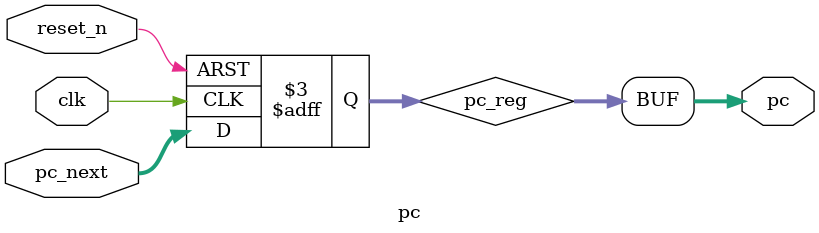
<source format=v>

module pc #(
    // This parameter sets the address where the processor will fetch its
    // very first instruction after a reset. The standard start address is 0x1000.
    parameter RESET_PC = 32'h0000_1000
) (
    input  wire        clk,       // The main system clock.
    input  wire        reset_n,   // The active-low reset signal.
    input  wire [31:0] pc_next,   // The address of the next instruction to be fetched.
    output wire [31:0] pc         // The current address being fetched.
);

    // This is the internal register that holds the state of the PC.
    reg [31:0] pc_reg;

    // This block describes the behavior of the PC register.
    // It is sensitive to the rising edge of the clock for normal updates,
    // and the falling edge of reset_n for an asynchronous reset.
    always @(posedge clk or negedge reset_n) begin
        // If the active-low reset is asserted (reset_n is 0)...
        if (!reset_n)
            // ...load the PC with the defined starting address.
            pc_reg <= RESET_PC;
        // Otherwise, on the rising edge of the clock...
        else
            // ...update the PC with the address of the next instruction.
            pc_reg <= pc_next;
    end

    // This line continuously connects the internal register's value to the
    // module's output port.
    assign pc = pc_reg;

endmodule


</source>
